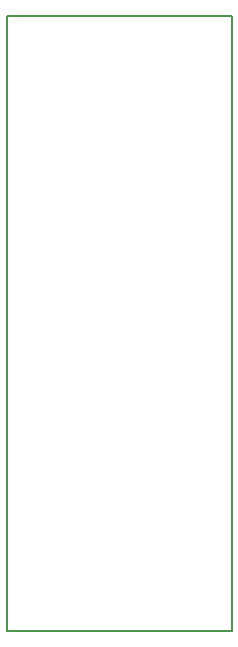
<source format=gm1>
G04 #@! TF.FileFunction,Profile,NP*
%FSLAX46Y46*%
G04 Gerber Fmt 4.6, Leading zero omitted, Abs format (unit mm)*
G04 Created by KiCad (PCBNEW 4.0.4+e1-6308~48~ubuntu16.04.1-stable) date Thu Dec  1 13:36:35 2016*
%MOMM*%
%LPD*%
G01*
G04 APERTURE LIST*
%ADD10C,0.100000*%
%ADD11C,0.150000*%
G04 APERTURE END LIST*
D10*
D11*
X147320000Y-153670000D02*
X128270000Y-153670000D01*
X147320000Y-101600000D02*
X147320000Y-153670000D01*
X128270000Y-101600000D02*
X147320000Y-101600000D01*
X128270000Y-101600000D02*
X128270000Y-153670000D01*
M02*

</source>
